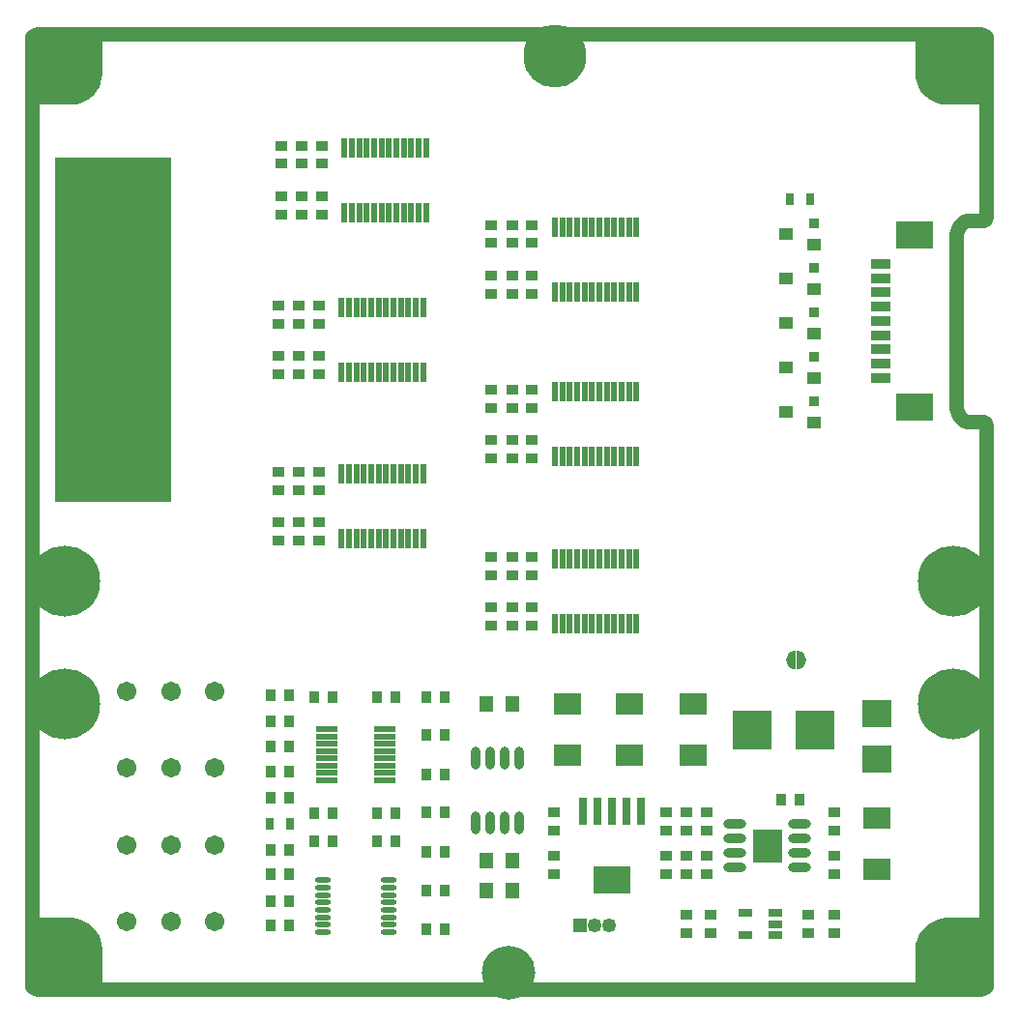
<source format=gbr>
G04*
G04 #@! TF.GenerationSoftware,Altium Limited,Altium Designer,24.1.2 (44)*
G04*
G04 Layer_Color=8388736*
%FSLAX44Y44*%
%MOMM*%
G71*
G04*
G04 #@! TF.SameCoordinates,5A935687-884A-4F64-8E33-7EEF87A7B93E*
G04*
G04*
G04 #@! TF.FilePolarity,Negative*
G04*
G01*
G75*
%ADD23R,1.7018X0.8128*%
%ADD27R,1.2696X1.3462*%
%ADD30R,0.9500X0.9000*%
%ADD39C,1.2700*%
%ADD40R,0.8032X1.1032*%
%ADD41R,2.4622X1.9796*%
%ADD42R,3.3020X2.4130*%
%ADD43R,0.6032X1.7032*%
%ADD44R,1.0032X0.9032*%
%ADD45R,0.9032X1.0032*%
%ADD46O,0.8032X2.0032*%
%ADD47C,1.7032*%
%ADD48R,1.2032X0.8032*%
%ADD49R,1.1532X1.1032*%
%ADD50R,2.5032X2.4892*%
%ADD51R,3.5032X3.3532*%
%ADD52O,2.0032X0.8032*%
%ADD53R,2.5032X3.0032*%
%ADD54R,3.2725X2.4455*%
%ADD55R,0.7325X2.4455*%
%ADD56O,1.4000X0.4500*%
%ADD57R,1.9000X0.5000*%
%ADD58R,10.2032X30.2032*%
%ADD59C,5.5032*%
%ADD60C,4.7032*%
%ADD61C,0.9032*%
%ADD62C,6.2032*%
%ADD63C,1.0032*%
%ADD64R,1.2532X1.2532*%
%ADD65C,1.2532*%
%ADD66C,0.6032*%
G36*
X843526Y781000D02*
X809293D01*
Y781000D01*
X807438Y781000D01*
X803761Y781484D01*
X800179Y782444D01*
X796752Y783863D01*
X793540Y785718D01*
X790598Y787975D01*
X787975Y790598D01*
X785718Y793540D01*
X783863Y796752D01*
X782444Y800179D01*
X781484Y803761D01*
X781000Y807438D01*
X781000Y809293D01*
X781000Y843526D01*
X843526D01*
Y781000D01*
D02*
G37*
G36*
X69000Y809293D02*
X69000D01*
X69000Y807438D01*
X68516Y803761D01*
X67556Y800179D01*
X66137Y796752D01*
X64282Y793540D01*
X62024Y790598D01*
X59402Y787975D01*
X56460Y785718D01*
X53248Y783863D01*
X49821Y782444D01*
X46239Y781484D01*
X42562Y781000D01*
X40707Y781000D01*
X6474Y781000D01*
Y843526D01*
X69000D01*
Y809293D01*
D02*
G37*
G36*
X675222Y303401D02*
X675266Y303400D01*
X675288Y303397D01*
X675311Y303396D01*
X675354Y303387D01*
X675398Y303380D01*
X675419Y303374D01*
X675441Y303370D01*
X675484Y303355D01*
X675526Y303343D01*
X675546Y303334D01*
X675567Y303327D01*
X675608Y303307D01*
X675648Y303289D01*
X675667Y303278D01*
X675687Y303268D01*
X675724Y303243D01*
X675762Y303220D01*
X675779Y303206D01*
X675798Y303194D01*
X675831Y303164D01*
X675865Y303137D01*
X675881Y303121D01*
X675898Y303106D01*
X675927Y303072D01*
X675958Y303041D01*
X675971Y303023D01*
X675985Y303006D01*
X676010Y302969D01*
X676036Y302933D01*
X676047Y302914D01*
X676059Y302895D01*
X676079Y302855D01*
X676100Y302816D01*
X676108Y302796D01*
X676118Y302776D01*
X676133Y302733D01*
X676149Y302692D01*
X676154Y302671D01*
X676161Y302650D01*
X676170Y302606D01*
X676180Y302563D01*
X676183Y302541D01*
X676187Y302519D01*
X676190Y302474D01*
X676195Y302430D01*
X676194Y302409D01*
X676196Y302386D01*
X676196Y287614D01*
X676194Y287592D01*
X676195Y287570D01*
X676190Y287525D01*
X676187Y287481D01*
X676183Y287459D01*
X676180Y287437D01*
X676170Y287394D01*
X676161Y287350D01*
X676154Y287329D01*
X676149Y287308D01*
X676133Y287267D01*
X676118Y287224D01*
X676108Y287204D01*
X676100Y287184D01*
X676079Y287145D01*
X676059Y287105D01*
X676047Y287087D01*
X676036Y287067D01*
X676010Y287031D01*
X675985Y286994D01*
X675971Y286977D01*
X675957Y286959D01*
X675927Y286927D01*
X675898Y286894D01*
X675881Y286879D01*
X675865Y286863D01*
X675831Y286835D01*
X675797Y286806D01*
X675779Y286794D01*
X675762Y286780D01*
X675724Y286757D01*
X675687Y286732D01*
X675667Y286722D01*
X675648Y286711D01*
X675607Y286693D01*
X675567Y286673D01*
X675546Y286666D01*
X675526Y286657D01*
X675483Y286645D01*
X675441Y286630D01*
X675419Y286626D01*
X675398Y286620D01*
X675354Y286613D01*
X675311Y286604D01*
X675288Y286603D01*
X675266Y286600D01*
X675222Y286599D01*
X675178Y286596D01*
X675155Y286597D01*
X675133Y286597D01*
X675089Y286602D01*
X675045Y286604D01*
X675023Y286609D01*
X675001Y286611D01*
X674484Y286702D01*
X674480Y286703D01*
X674476Y286704D01*
X674415Y286719D01*
X674355Y286734D01*
X674351Y286735D01*
X674346Y286737D01*
X673349Y287061D01*
X673345Y287062D01*
X673341Y287064D01*
X673283Y287087D01*
X673225Y287110D01*
X673221Y287112D01*
X673217Y287114D01*
X672274Y287574D01*
X672271Y287576D01*
X672266Y287578D01*
X672212Y287609D01*
X672159Y287640D01*
X672155Y287643D01*
X672151Y287645D01*
X671282Y288231D01*
X671279Y288234D01*
X671275Y288236D01*
X671224Y288276D01*
X671177Y288313D01*
X671174Y288316D01*
X671170Y288319D01*
X670390Y289021D01*
X670387Y289024D01*
X670384Y289027D01*
X670341Y289072D01*
X670297Y289116D01*
X670295Y289119D01*
X670292Y289123D01*
X669618Y289926D01*
X669615Y289930D01*
X669612Y289933D01*
X669576Y289983D01*
X669539Y290034D01*
X669537Y290038D01*
X669534Y290041D01*
X668978Y290931D01*
X668976Y290935D01*
X668974Y290938D01*
X668945Y290993D01*
X668915Y291048D01*
X668914Y291052D01*
X668912Y291056D01*
X668485Y292015D01*
X668483Y292019D01*
X668481Y292023D01*
X668461Y292080D01*
X668439Y292139D01*
X668438Y292144D01*
X668436Y292148D01*
X668147Y293156D01*
X668146Y293160D01*
X668145Y293165D01*
X668132Y293226D01*
X668119Y293286D01*
X668119Y293291D01*
X668118Y293295D01*
X667972Y294334D01*
X667971Y294338D01*
X667971Y294343D01*
X667966Y294405D01*
X667962Y294467D01*
X667962Y294471D01*
X667962Y294476D01*
Y295524D01*
X667962Y295529D01*
X667962Y295533D01*
X667966Y295595D01*
X667971Y295657D01*
X667971Y295662D01*
X667972Y295666D01*
X668118Y296705D01*
X668119Y296709D01*
X668119Y296714D01*
X668132Y296774D01*
X668145Y296835D01*
X668146Y296840D01*
X668147Y296844D01*
X668436Y297852D01*
X668438Y297856D01*
X668439Y297861D01*
X668461Y297920D01*
X668481Y297977D01*
X668483Y297981D01*
X668485Y297985D01*
X668912Y298944D01*
X668914Y298948D01*
X668915Y298952D01*
X668945Y299007D01*
X668974Y299062D01*
X668976Y299065D01*
X668978Y299069D01*
X669534Y299959D01*
X669537Y299962D01*
X669539Y299966D01*
X669575Y300016D01*
X669612Y300067D01*
X669615Y300070D01*
X669618Y300074D01*
X670292Y300877D01*
X670295Y300880D01*
X670297Y300884D01*
X670341Y300928D01*
X670384Y300973D01*
X670387Y300976D01*
X670390Y300979D01*
X671170Y301681D01*
X671173Y301684D01*
X671177Y301687D01*
X671225Y301724D01*
X671275Y301764D01*
X671279Y301766D01*
X671282Y301769D01*
X672151Y302355D01*
X672155Y302357D01*
X672159Y302360D01*
X672213Y302391D01*
X672266Y302422D01*
X672271Y302424D01*
X672274Y302426D01*
X673217Y302886D01*
X673221Y302888D01*
X673225Y302890D01*
X673283Y302913D01*
X673341Y302936D01*
X673345Y302938D01*
X673349Y302939D01*
X674346Y303263D01*
X674351Y303264D01*
X674355Y303266D01*
X674414Y303281D01*
X674475Y303296D01*
X674480Y303297D01*
X674484Y303298D01*
X675001Y303389D01*
X675023Y303391D01*
X675045Y303396D01*
X675089Y303398D01*
X675133Y303403D01*
X675155Y303403D01*
X675178Y303404D01*
X675178D01*
X675222Y303401D01*
D02*
G37*
G36*
X677804Y303403D02*
X677827Y303403D01*
X677871Y303398D01*
X677915Y303396D01*
X677937Y303391D01*
X677959Y303389D01*
X678476Y303298D01*
X678480Y303297D01*
X678484Y303296D01*
X678545Y303281D01*
X678605Y303266D01*
X678609Y303264D01*
X678614Y303263D01*
X679611Y302939D01*
X679615Y302938D01*
X679620Y302936D01*
X679677Y302913D01*
X679735Y302890D01*
X679739Y302888D01*
X679743Y302886D01*
X680686Y302426D01*
X680689Y302424D01*
X680694Y302422D01*
X680748Y302391D01*
X680801Y302360D01*
X680805Y302357D01*
X680808Y302355D01*
X681678Y301769D01*
X681682Y301766D01*
X681685Y301764D01*
X681736Y301724D01*
X681783Y301687D01*
X681786Y301684D01*
X681790Y301681D01*
X682570Y300979D01*
X682573Y300976D01*
X682576Y300973D01*
X682619Y300928D01*
X682662Y300884D01*
X682665Y300880D01*
X682668Y300877D01*
X683342Y300074D01*
X683345Y300070D01*
X683348Y300067D01*
X683384Y300017D01*
X683421Y299966D01*
X683423Y299962D01*
X683426Y299959D01*
X683982Y299069D01*
X683984Y299065D01*
X683986Y299062D01*
X684015Y299007D01*
X684045Y298952D01*
X684046Y298948D01*
X684048Y298944D01*
X684475Y297985D01*
X684477Y297981D01*
X684479Y297977D01*
X684499Y297920D01*
X684521Y297861D01*
X684522Y297856D01*
X684524Y297852D01*
X684813Y296844D01*
X684814Y296840D01*
X684815Y296835D01*
X684828Y296774D01*
X684841Y296714D01*
X684841Y296709D01*
X684842Y296705D01*
X684988Y295666D01*
X684989Y295662D01*
X684989Y295657D01*
X684994Y295595D01*
X684998Y295533D01*
X684998Y295529D01*
X684998Y295524D01*
Y294476D01*
X684998Y294471D01*
X684998Y294467D01*
X684994Y294405D01*
X684989Y294343D01*
X684989Y294338D01*
X684988Y294334D01*
X684842Y293295D01*
X684841Y293291D01*
X684841Y293286D01*
X684828Y293226D01*
X684815Y293165D01*
X684814Y293160D01*
X684813Y293156D01*
X684524Y292148D01*
X684522Y292144D01*
X684521Y292139D01*
X684499Y292080D01*
X684479Y292023D01*
X684477Y292019D01*
X684475Y292015D01*
X684048Y291056D01*
X684046Y291052D01*
X684045Y291048D01*
X684015Y290993D01*
X683986Y290938D01*
X683984Y290935D01*
X683982Y290931D01*
X683426Y290041D01*
X683423Y290037D01*
X683421Y290034D01*
X683385Y289984D01*
X683348Y289933D01*
X683345Y289930D01*
X683342Y289926D01*
X682668Y289123D01*
X682665Y289119D01*
X682662Y289116D01*
X682619Y289072D01*
X682576Y289027D01*
X682573Y289024D01*
X682570Y289021D01*
X681790Y288319D01*
X681786Y288316D01*
X681783Y288313D01*
X681735Y288276D01*
X681685Y288236D01*
X681682Y288234D01*
X681678Y288231D01*
X680808Y287645D01*
X680805Y287643D01*
X680801Y287640D01*
X680747Y287609D01*
X680694Y287578D01*
X680689Y287576D01*
X680686Y287574D01*
X679743Y287114D01*
X679739Y287112D01*
X679735Y287110D01*
X679677Y287087D01*
X679620Y287064D01*
X679615Y287062D01*
X679611Y287061D01*
X678614Y286737D01*
X678609Y286735D01*
X678605Y286734D01*
X678546Y286719D01*
X678484Y286704D01*
X678480Y286703D01*
X678476Y286702D01*
X677959Y286611D01*
X677937Y286609D01*
X677915Y286604D01*
X677871Y286602D01*
X677827Y286597D01*
X677804Y286597D01*
X677782Y286596D01*
X677782D01*
X677738Y286599D01*
X677694Y286600D01*
X677672Y286603D01*
X677649Y286604D01*
X677606Y286613D01*
X677562Y286620D01*
X677541Y286626D01*
X677519Y286630D01*
X677476Y286645D01*
X677434Y286657D01*
X677414Y286666D01*
X677393Y286673D01*
X677353Y286693D01*
X677312Y286711D01*
X677293Y286722D01*
X677273Y286732D01*
X677236Y286757D01*
X677198Y286780D01*
X677181Y286794D01*
X677162Y286806D01*
X677129Y286836D01*
X677094Y286863D01*
X677079Y286879D01*
X677062Y286894D01*
X677033Y286928D01*
X677002Y286959D01*
X676989Y286977D01*
X676975Y286994D01*
X676950Y287031D01*
X676924Y287067D01*
X676913Y287086D01*
X676901Y287105D01*
X676881Y287145D01*
X676860Y287184D01*
X676852Y287204D01*
X676842Y287224D01*
X676827Y287267D01*
X676811Y287308D01*
X676806Y287329D01*
X676799Y287350D01*
X676790Y287394D01*
X676780Y287437D01*
X676777Y287459D01*
X676773Y287481D01*
X676770Y287526D01*
X676765Y287570D01*
X676766Y287591D01*
X676764Y287614D01*
X676764Y302386D01*
X676766Y302408D01*
X676765Y302430D01*
X676770Y302475D01*
X676773Y302519D01*
X676777Y302541D01*
X676780Y302563D01*
X676790Y302606D01*
X676799Y302650D01*
X676806Y302671D01*
X676811Y302692D01*
X676827Y302733D01*
X676842Y302776D01*
X676852Y302796D01*
X676860Y302816D01*
X676881Y302855D01*
X676901Y302895D01*
X676913Y302913D01*
X676924Y302933D01*
X676950Y302969D01*
X676975Y303006D01*
X676989Y303023D01*
X677002Y303041D01*
X677033Y303072D01*
X677062Y303106D01*
X677079Y303121D01*
X677094Y303137D01*
X677129Y303165D01*
X677162Y303194D01*
X677181Y303206D01*
X677198Y303220D01*
X677236Y303243D01*
X677273Y303268D01*
X677293Y303278D01*
X677312Y303289D01*
X677353Y303307D01*
X677393Y303327D01*
X677414Y303334D01*
X677434Y303343D01*
X677476Y303355D01*
X677519Y303370D01*
X677541Y303374D01*
X677562Y303380D01*
X677606Y303387D01*
X677650Y303396D01*
X677672Y303397D01*
X677694Y303400D01*
X677738Y303401D01*
X677782Y303404D01*
X677804Y303403D01*
D02*
G37*
G36*
X843526Y6474D02*
X781000D01*
Y40707D01*
X781000Y40707D01*
X781000Y40707D01*
X781000Y42562D01*
X781484Y46239D01*
X782444Y49821D01*
X783863Y53248D01*
X785718Y56460D01*
X787975Y59402D01*
X790598Y62024D01*
X793540Y64282D01*
X796752Y66137D01*
X800179Y67556D01*
X803761Y68516D01*
X807438Y69000D01*
X809293Y69000D01*
X843526Y69000D01*
Y6474D01*
D02*
G37*
G36*
X40707Y69000D02*
X42562Y69000D01*
X46239Y68516D01*
X49821Y67556D01*
X53248Y66137D01*
X56460Y64282D01*
X59402Y62024D01*
X62024Y59402D01*
X64282Y56460D01*
X66137Y53248D01*
X67556Y49821D01*
X68516Y46239D01*
X69000Y42562D01*
X69000Y40707D01*
X69000D01*
X69000Y40707D01*
Y6474D01*
X6474D01*
Y69000D01*
X40707Y69000D01*
D02*
G37*
D23*
X750955Y641752D02*
D03*
Y629252D02*
D03*
Y616752D02*
D03*
Y604252D02*
D03*
Y591752D02*
D03*
Y579252D02*
D03*
Y566752D02*
D03*
Y554252D02*
D03*
Y541752D02*
D03*
D27*
X428216Y93119D02*
D03*
X405352D02*
D03*
X428216Y119554D02*
D03*
X405352D02*
D03*
X427604Y256278D02*
D03*
X404740D02*
D03*
D30*
X692484Y521644D02*
D03*
Y560536D02*
D03*
Y599428D02*
D03*
Y638320D02*
D03*
Y677211D02*
D03*
D39*
X843150Y500497D02*
X842227Y502724D01*
X840000Y503647D01*
X838000Y6850D02*
X840575Y7540D01*
X842460Y9425D01*
X843150Y12000D01*
X840000Y679908D02*
X842227Y680830D01*
X843150Y683057D01*
X12000Y843150D02*
X9425Y842460D01*
X7540Y840575D01*
X6850Y838000D01*
X843150Y838000D02*
X842460Y840575D01*
X840575Y842460D01*
X838000Y843150D01*
X6850Y12000D02*
X7540Y9425D01*
X9425Y7540D01*
X12000Y6850D01*
X828860Y679908D02*
X826223Y679610D01*
X823719Y678734D01*
X821472Y677322D01*
X819595Y675446D01*
X818184Y673199D01*
X817307Y670694D01*
X817010Y668057D01*
Y515497D02*
X817307Y512860D01*
X818184Y510356D01*
X819595Y508109D01*
X821472Y506232D01*
X823719Y504821D01*
X826223Y503944D01*
X828860Y503647D01*
X828017Y843150D02*
X837941D01*
X818017D02*
X828017D01*
X808017D02*
X818017D01*
X798017D02*
X808017D01*
X788017D02*
X798017D01*
X778017D02*
X788017D01*
X768017D02*
X778017D01*
X758017D02*
X768017D01*
X748017D02*
X758017D01*
X738017D02*
X748017D01*
X728017D02*
X738017D01*
X718017D02*
X728017D01*
X708017D02*
X718017D01*
X698017D02*
X708017D01*
X688017D02*
X698017D01*
X678017D02*
X688017D01*
X668017D02*
X678017D01*
X658017D02*
X668017D01*
X648017D02*
X658017D01*
X638017D02*
X648017D01*
X628017D02*
X638017D01*
X618017D02*
X628017D01*
X608017D02*
X618017D01*
X598017D02*
X608017D01*
X588017D02*
X598017D01*
X578017D02*
X588017D01*
X568017D02*
X578017D01*
X558017D02*
X568017D01*
X548017D02*
X558017D01*
X538017D02*
X548017D01*
X528017D02*
X538017D01*
X6850Y822093D02*
Y837941D01*
X518017Y843150D02*
X528017D01*
X6850Y812093D02*
Y822093D01*
X508017Y843150D02*
X518017D01*
X6850Y802093D02*
Y812093D01*
X498017Y843150D02*
X508017D01*
X6850Y792093D02*
Y802093D01*
X843150Y491390D02*
Y500497D01*
X428018Y843150D02*
X438018D01*
X488018D02*
X498017D01*
X6850Y782093D02*
Y792093D01*
X843150Y481390D02*
Y491390D01*
X418018Y843150D02*
X428018D01*
X456552D02*
X465300D01*
X474048D02*
X488018D01*
X6850Y772093D02*
Y782093D01*
X843150Y471390D02*
Y481390D01*
X408018Y843150D02*
X418018D01*
X448018D02*
X456552D01*
X465300D02*
X474048D01*
X6850Y762093D02*
Y772093D01*
X843150Y461390D02*
Y471390D01*
X398018Y843150D02*
X408018D01*
X438018D02*
X448018D01*
X6850Y752093D02*
Y762093D01*
X843150Y451390D02*
Y461390D01*
X388018Y843150D02*
X398018D01*
X6850Y742093D02*
Y752093D01*
X843150Y441390D02*
Y451390D01*
X378018Y843150D02*
X388018D01*
X6850Y732093D02*
Y742093D01*
X843150Y431390D02*
Y441390D01*
X814744Y6850D02*
X824744D01*
X838000D01*
X368018Y843150D02*
X378018D01*
X6850Y722093D02*
Y732093D01*
X843150Y421390D02*
Y431390D01*
X804744Y6850D02*
X814744D01*
X358018Y843150D02*
X368018D01*
X6850Y712093D02*
Y722093D01*
X843150Y411390D02*
Y421390D01*
X794744Y6850D02*
X804744D01*
X348018Y843150D02*
X358018D01*
X6850Y702093D02*
Y712093D01*
X843150Y401390D02*
Y411390D01*
X784744Y6850D02*
X794744D01*
X338018Y843150D02*
X348018D01*
X6850Y692093D02*
Y702093D01*
X843150Y391390D02*
Y401390D01*
X774744Y6850D02*
X784744D01*
X328018Y843150D02*
X338018D01*
X6850Y682093D02*
Y692093D01*
X843150Y381390D02*
Y391390D01*
X764744Y6850D02*
X774744D01*
X318018Y843150D02*
X328018D01*
X6850Y672093D02*
Y682093D01*
X843150Y371390D02*
Y381390D01*
X754744Y6850D02*
X764744D01*
X308018Y843150D02*
X318018D01*
X6850Y642093D02*
Y652093D01*
Y662093D02*
Y672093D01*
X843150Y361390D02*
Y371390D01*
X744744Y6850D02*
X754744D01*
X298018Y843150D02*
X308018D01*
X6850Y622094D02*
Y632094D01*
Y642093D01*
Y652093D02*
Y662093D01*
X843150Y351390D02*
Y361390D01*
X734744Y6850D02*
X744744D01*
X288018Y843150D02*
X298018D01*
X6850Y572094D02*
Y582094D01*
Y592094D02*
Y602094D01*
Y612094D02*
Y622094D01*
X843150Y341390D02*
Y351390D01*
X724744Y6850D02*
X734744D01*
X278018Y843150D02*
X288018D01*
X6850Y452094D02*
Y462094D01*
Y522094D02*
Y532094D01*
Y552094D02*
Y562094D01*
Y572094D01*
Y582094D02*
Y592094D01*
Y602094D02*
Y612094D01*
X843150Y331390D02*
Y341390D01*
X714744Y6850D02*
X724744D01*
X268018Y843150D02*
X278018D01*
X6850Y442094D02*
Y452094D01*
Y482094D02*
Y492094D01*
Y502094D01*
Y512094D02*
Y522094D01*
Y532094D02*
Y542094D01*
Y552094D01*
X843150Y321390D02*
Y331390D01*
X704744Y6850D02*
X714744D01*
X258018Y843150D02*
X268018D01*
X6850Y392094D02*
Y402094D01*
Y422094D02*
Y432094D01*
Y442094D01*
Y472094D02*
Y482094D01*
Y502094D02*
Y512094D01*
X843150Y311391D02*
Y321390D01*
X694744Y6850D02*
X704744D01*
X248018Y843150D02*
X258018D01*
X6850Y372094D02*
Y382094D01*
Y392094D01*
Y402094D02*
Y412094D01*
Y422094D01*
Y462094D02*
Y472094D01*
X843150Y301391D02*
Y311391D01*
X684744Y6850D02*
X694744D01*
X238018Y843150D02*
X248018D01*
X6850Y362094D02*
Y372094D01*
X843150Y261391D02*
Y271391D01*
Y291391D02*
Y301391D01*
X674744Y6850D02*
X684744D01*
X228018Y843150D02*
X238018D01*
X6850Y242094D02*
Y252094D01*
Y262094D01*
Y272094D01*
Y282094D01*
Y292094D01*
Y302094D01*
Y312094D02*
Y322094D01*
Y332094D01*
Y352094D02*
Y362094D01*
X843150Y221391D02*
Y231391D01*
Y241391D01*
Y251391D01*
Y261391D01*
Y281391D02*
Y291391D01*
X664744Y6850D02*
X674744D01*
X218018Y843150D02*
X228018D01*
X6850Y212094D02*
Y222094D01*
Y232094D02*
Y242094D01*
Y302094D02*
Y312094D01*
Y342094D02*
Y352094D01*
X843150Y201391D02*
Y211391D01*
Y221391D01*
Y271391D02*
Y281391D01*
X654744Y6850D02*
X664744D01*
X208018Y843150D02*
X218018D01*
X6850Y202094D02*
Y212094D01*
Y222094D02*
Y232094D01*
Y332094D02*
Y342094D01*
X843150Y191391D02*
Y201391D01*
X644744Y6850D02*
X654744D01*
X198018Y843150D02*
X208018D01*
X6850Y192094D02*
Y202094D01*
X843150Y181391D02*
Y191391D01*
X634744Y6850D02*
X644744D01*
X188018Y843150D02*
X198018D01*
X6850Y182094D02*
Y192094D01*
X843150Y171391D02*
Y181391D01*
X564744Y6850D02*
X574744D01*
X584744D01*
X624744D02*
X634744D01*
X178018Y843150D02*
X188018D01*
X6850Y172094D02*
Y182094D01*
X843150Y161391D02*
Y171391D01*
X534744Y6850D02*
X544744D01*
X554744D01*
X564744D01*
X584744D02*
X594744D01*
X604744D02*
X614744D01*
X624744D01*
X168018Y843150D02*
X178018D01*
X6850Y162094D02*
Y172094D01*
X843150Y151391D02*
Y161391D01*
X474744Y6850D02*
X484744D01*
X514744D02*
X524744D01*
X534744D01*
X594744D02*
X604744D01*
X158018Y843150D02*
X168018D01*
X6850Y152094D02*
Y162094D01*
X843150Y141391D02*
Y151391D01*
X334745Y6850D02*
X344745D01*
X464744D02*
X474744D01*
X494744D02*
X504744D01*
X514744D01*
X148018Y843150D02*
X158018D01*
X6850Y142094D02*
Y152094D01*
X843150Y826646D02*
Y838000D01*
X843150Y131391D02*
Y141391D01*
X324745Y6850D02*
X334745D01*
X425000D02*
X444744D01*
X454744D02*
X464744D01*
X484744D02*
X494744D01*
X138018Y843150D02*
X148018D01*
X6850Y132094D02*
Y142094D01*
X843150Y816646D02*
Y826646D01*
X843150Y121391D02*
Y131391D01*
X304745Y6850D02*
X314745D01*
X324745D01*
X404745D02*
X425000D01*
X444744D02*
X454744D01*
X128018Y843150D02*
X138018D01*
X6850Y122094D02*
Y132094D01*
X843150Y806646D02*
Y816646D01*
X843150Y111391D02*
Y121391D01*
X294745Y6850D02*
X304745D01*
X384745D02*
X394745D01*
X404745D01*
X118018Y843150D02*
X128018D01*
X6850Y112094D02*
Y122094D01*
X843150Y796646D02*
Y806646D01*
X843150Y101391D02*
Y111391D01*
X284745Y6850D02*
X294745D01*
X374745D02*
X384745D01*
X108018Y843150D02*
X118018D01*
X6850Y102094D02*
Y112094D01*
X843150Y786646D02*
Y796646D01*
X843150Y91391D02*
Y101391D01*
X94745Y6850D02*
X104745D01*
X224745D02*
X234745D01*
X274745D02*
X284745D01*
X364745D02*
X374745D01*
X98018Y843150D02*
X108018D01*
X6850Y92094D02*
Y102094D01*
X843150Y776646D02*
Y786646D01*
X843150Y81391D02*
Y91391D01*
X84745Y6850D02*
X94745D01*
X214745D02*
X224745D01*
X244745D02*
X254745D01*
X264745D02*
X274745D01*
X344745D02*
X354745D01*
X364745D01*
X88018Y843150D02*
X98018D01*
X6850Y82095D02*
Y92094D01*
X843150Y766646D02*
Y776646D01*
X843150Y71391D02*
Y81391D01*
X74745Y6850D02*
X84745D01*
X184745D02*
X194745D01*
X204745D02*
X214745D01*
X234745D02*
X244745D01*
X254745D02*
X264745D01*
X78018Y843150D02*
X88018D01*
X6850Y72095D02*
Y82095D01*
X843150Y756646D02*
Y766646D01*
X843150Y61391D02*
Y71391D01*
X817010Y653163D02*
Y668057D01*
X64745Y6850D02*
X74745D01*
X154745D02*
X164745D01*
X174745D02*
X184745D01*
X194745D02*
X204745D01*
X68018Y843150D02*
X78018D01*
X6850Y62095D02*
Y72095D01*
X843150Y746646D02*
Y756646D01*
X843150Y51391D02*
Y61391D01*
X817010Y633163D02*
Y643163D01*
Y653163D01*
X54745Y6850D02*
X64745D01*
X144745D02*
X154745D01*
X164745D02*
X174745D01*
X58018Y843150D02*
X68018D01*
X6850Y52095D02*
Y62095D01*
X843150Y736646D02*
Y746646D01*
X843150Y41391D02*
Y51391D01*
X817010Y593163D02*
Y603163D01*
Y623163D02*
Y633163D01*
X44745Y6850D02*
X54745D01*
X104745D02*
X114745D01*
X124745D02*
X134745D01*
X144745D01*
X48018Y843150D02*
X58018D01*
X6850Y42095D02*
Y52095D01*
X843150Y716646D02*
Y726646D01*
Y736646D01*
X843150Y31391D02*
Y41391D01*
X817010Y533163D02*
Y543163D01*
Y553163D01*
Y583163D02*
Y593163D01*
Y603163D02*
Y613163D01*
Y623163D01*
X34745Y6850D02*
X44745D01*
X114745D02*
X124745D01*
X38018Y843150D02*
X48018D01*
X6850Y32095D02*
Y42095D01*
X843150Y696646D02*
Y706646D01*
Y716646D01*
X843150Y21391D02*
Y31391D01*
X817010Y523163D02*
Y533163D01*
Y553163D02*
Y563163D01*
Y573163D01*
Y583163D01*
X24745Y6850D02*
X34745D01*
X28018Y843150D02*
X38018D01*
X6850Y22095D02*
Y32095D01*
X843150Y683099D02*
Y696646D01*
X12059Y6850D02*
X24745D01*
X828860Y679908D02*
X840000D01*
X6850Y12000D02*
Y22095D01*
X843150Y12042D02*
Y21391D01*
X817010Y515497D02*
Y523163D01*
X828860Y503647D02*
X840000D01*
X12000Y843150D02*
X28018D01*
D40*
X688874Y698268D02*
D03*
X670715Y698267D02*
D03*
X233441Y150985D02*
D03*
X215282Y150984D02*
D03*
D41*
X476120Y211447D02*
D03*
Y256151D02*
D03*
X747061Y156464D02*
D03*
Y111760D02*
D03*
X586740Y211328D02*
D03*
Y256032D02*
D03*
X530860D02*
D03*
Y211328D02*
D03*
D42*
X779955Y516252D02*
D03*
Y667252D02*
D03*
D43*
X281010Y686806D02*
D03*
X287510D02*
D03*
X294010D02*
D03*
X300510D02*
D03*
X307010D02*
D03*
X313510D02*
D03*
X320010D02*
D03*
X326510D02*
D03*
X333010D02*
D03*
X339510D02*
D03*
X346010D02*
D03*
X352510D02*
D03*
Y743194D02*
D03*
X346010D02*
D03*
X339510D02*
D03*
X333010D02*
D03*
X326510D02*
D03*
X320010D02*
D03*
X313510D02*
D03*
X307010D02*
D03*
X300510D02*
D03*
X294010D02*
D03*
X287510D02*
D03*
X281010D02*
D03*
X465150Y673811D02*
D03*
X471650D02*
D03*
X478150D02*
D03*
X484650D02*
D03*
X491150D02*
D03*
X497650D02*
D03*
X504150D02*
D03*
X510650D02*
D03*
X517150D02*
D03*
X523650D02*
D03*
X530150D02*
D03*
X536650D02*
D03*
Y617423D02*
D03*
X530150D02*
D03*
X523650D02*
D03*
X517150D02*
D03*
X510650D02*
D03*
X504150D02*
D03*
X497650D02*
D03*
X491150D02*
D03*
X484650D02*
D03*
X478150D02*
D03*
X471650D02*
D03*
X465150D02*
D03*
Y326806D02*
D03*
X471650D02*
D03*
X478150D02*
D03*
X484650D02*
D03*
X491150D02*
D03*
X497650D02*
D03*
X504150D02*
D03*
X510650D02*
D03*
X517150D02*
D03*
X523650D02*
D03*
X530150D02*
D03*
X536650D02*
D03*
Y383194D02*
D03*
X530150D02*
D03*
X523650D02*
D03*
X517150D02*
D03*
X510650D02*
D03*
X504150D02*
D03*
X497650D02*
D03*
X491150D02*
D03*
X484650D02*
D03*
X478150D02*
D03*
X471650D02*
D03*
X465150D02*
D03*
X278470Y401423D02*
D03*
X284970D02*
D03*
X291470D02*
D03*
X297970D02*
D03*
X304470D02*
D03*
X310970D02*
D03*
X317470D02*
D03*
X323970D02*
D03*
X330470D02*
D03*
X336970D02*
D03*
X343470D02*
D03*
X349970D02*
D03*
Y457811D02*
D03*
X343470D02*
D03*
X336970D02*
D03*
X330470D02*
D03*
X323970D02*
D03*
X317470D02*
D03*
X310970D02*
D03*
X304470D02*
D03*
X297970D02*
D03*
X291470D02*
D03*
X284970D02*
D03*
X278470D02*
D03*
Y546867D02*
D03*
X284970D02*
D03*
X291470D02*
D03*
X297970D02*
D03*
X304470D02*
D03*
X310970D02*
D03*
X317470D02*
D03*
X323970D02*
D03*
X330470D02*
D03*
X336970D02*
D03*
X343470D02*
D03*
X349970D02*
D03*
Y603255D02*
D03*
X343470D02*
D03*
X336970D02*
D03*
X330470D02*
D03*
X323970D02*
D03*
X317470D02*
D03*
X310970D02*
D03*
X304470D02*
D03*
X297970D02*
D03*
X291470D02*
D03*
X284970D02*
D03*
X278470D02*
D03*
X465150Y473423D02*
D03*
X471650D02*
D03*
X478150D02*
D03*
X484650D02*
D03*
X491150D02*
D03*
X497650D02*
D03*
X504150D02*
D03*
X510650D02*
D03*
X517150D02*
D03*
X523650D02*
D03*
X530150D02*
D03*
X536650D02*
D03*
Y529811D02*
D03*
X530150D02*
D03*
X523650D02*
D03*
X517150D02*
D03*
X510650D02*
D03*
X504150D02*
D03*
X497650D02*
D03*
X491150D02*
D03*
X484650D02*
D03*
X478150D02*
D03*
X471650D02*
D03*
X465150D02*
D03*
D44*
X445020Y675857D02*
D03*
Y659857D02*
D03*
X225320Y700759D02*
D03*
Y684759D02*
D03*
Y745239D02*
D03*
Y729239D02*
D03*
X260880Y729241D02*
D03*
Y745241D02*
D03*
X243540Y729241D02*
D03*
Y745241D02*
D03*
Y700759D02*
D03*
Y684759D02*
D03*
X260880Y684761D02*
D03*
Y700761D02*
D03*
X409460Y631376D02*
D03*
Y615376D02*
D03*
Y675856D02*
D03*
Y659856D02*
D03*
X427680Y659857D02*
D03*
Y675857D02*
D03*
Y631376D02*
D03*
Y615376D02*
D03*
X445020Y615378D02*
D03*
Y631378D02*
D03*
X427680Y369240D02*
D03*
Y385240D02*
D03*
X241000Y459857D02*
D03*
Y443857D02*
D03*
X427680Y531857D02*
D03*
Y515857D02*
D03*
X241000Y605301D02*
D03*
Y589301D02*
D03*
X445020Y385240D02*
D03*
Y369240D02*
D03*
Y340761D02*
D03*
Y324761D02*
D03*
X427680Y324759D02*
D03*
Y340759D02*
D03*
X258340Y459857D02*
D03*
Y443857D02*
D03*
X241000Y399376D02*
D03*
Y415376D02*
D03*
X258340Y415378D02*
D03*
Y399378D02*
D03*
X445020Y515857D02*
D03*
Y531857D02*
D03*
X427680Y471376D02*
D03*
Y487376D02*
D03*
X445020Y487378D02*
D03*
Y471378D02*
D03*
X241000Y544820D02*
D03*
Y560820D02*
D03*
X258340Y605301D02*
D03*
Y589301D02*
D03*
X222780Y589300D02*
D03*
Y605300D02*
D03*
X258340Y560822D02*
D03*
Y544822D02*
D03*
X409460Y369239D02*
D03*
Y385239D02*
D03*
Y324759D02*
D03*
Y340759D02*
D03*
X222780Y443856D02*
D03*
Y459856D02*
D03*
X409460Y515856D02*
D03*
Y531856D02*
D03*
X222780Y399376D02*
D03*
Y415376D02*
D03*
X409460Y471376D02*
D03*
Y487376D02*
D03*
X222780Y544820D02*
D03*
Y560820D02*
D03*
X709740Y71671D02*
D03*
Y55671D02*
D03*
X580670Y71671D02*
D03*
Y55671D02*
D03*
X687080D02*
D03*
Y71671D02*
D03*
X601970D02*
D03*
Y55671D02*
D03*
X709740Y123053D02*
D03*
Y107053D02*
D03*
X580670Y123054D02*
D03*
Y107054D02*
D03*
X709740Y161169D02*
D03*
Y145169D02*
D03*
X580670Y161170D02*
D03*
Y145170D02*
D03*
X597970Y123054D02*
D03*
Y107054D02*
D03*
Y161170D02*
D03*
Y145170D02*
D03*
X562469Y107054D02*
D03*
Y123054D02*
D03*
X464820Y107054D02*
D03*
Y123054D02*
D03*
Y145169D02*
D03*
Y161169D02*
D03*
X562469Y145169D02*
D03*
Y161169D02*
D03*
D45*
X232550Y263917D02*
D03*
X216550D02*
D03*
X232551Y128579D02*
D03*
X216551D02*
D03*
X216550Y174291D02*
D03*
X232550D02*
D03*
X216550Y196698D02*
D03*
X232550D02*
D03*
X216550Y219104D02*
D03*
X232550D02*
D03*
X232552Y241510D02*
D03*
X216552D02*
D03*
X216550Y107073D02*
D03*
X232550D02*
D03*
X232551Y83766D02*
D03*
X216551D02*
D03*
X216550Y62260D02*
D03*
X232550D02*
D03*
X309710Y135881D02*
D03*
X325710D02*
D03*
X663560Y172720D02*
D03*
X679560D02*
D03*
X270441Y135881D02*
D03*
X254441D02*
D03*
X254442Y261917D02*
D03*
X270442D02*
D03*
X325711D02*
D03*
X309711D02*
D03*
X270442Y161088D02*
D03*
X254442D02*
D03*
X309711D02*
D03*
X325711D02*
D03*
X368679Y229057D02*
D03*
X352679D02*
D03*
X352681Y161539D02*
D03*
X368681D02*
D03*
X352680Y194398D02*
D03*
X368680D02*
D03*
X368680Y261917D02*
D03*
X352680D02*
D03*
X368680Y126879D02*
D03*
X352680D02*
D03*
X368680Y59360D02*
D03*
X352680D02*
D03*
X368680Y93119D02*
D03*
X352680D02*
D03*
D46*
X434072Y208922D02*
D03*
X421372D02*
D03*
X408672D02*
D03*
X395972D02*
D03*
X434072Y152422D02*
D03*
X421372D02*
D03*
X408672D02*
D03*
X395972D02*
D03*
D47*
X90000Y267627D02*
D03*
X167640Y267627D02*
D03*
X128820D02*
D03*
X167640Y200373D02*
D03*
X128820D02*
D03*
X90000D02*
D03*
Y65866D02*
D03*
X128820D02*
D03*
X167640D02*
D03*
Y133120D02*
D03*
X128820D02*
D03*
X90000D02*
D03*
D48*
X632410Y54171D02*
D03*
Y73171D02*
D03*
X657910D02*
D03*
Y63671D02*
D03*
Y54171D02*
D03*
D49*
X667484Y512144D02*
D03*
X692484Y502644D02*
D03*
X667484Y551036D02*
D03*
X692484Y541536D02*
D03*
X667484Y589928D02*
D03*
X692484Y580428D02*
D03*
X667484Y628820D02*
D03*
X692484Y619320D02*
D03*
Y658211D02*
D03*
X667484Y667711D02*
D03*
D50*
X747061Y207957D02*
D03*
Y247957D02*
D03*
D51*
X692980Y233680D02*
D03*
X637980D02*
D03*
D52*
X623060Y151384D02*
D03*
Y138684D02*
D03*
Y125984D02*
D03*
Y113284D02*
D03*
X679560Y151384D02*
D03*
Y138684D02*
D03*
Y125984D02*
D03*
Y113284D02*
D03*
D53*
X651310Y132334D02*
D03*
D54*
X515620Y101977D02*
D03*
D55*
X490220Y162183D02*
D03*
X502920D02*
D03*
X515620D02*
D03*
X528320D02*
D03*
X541020D02*
D03*
D56*
X262426Y102010D02*
D03*
Y95510D02*
D03*
Y89010D02*
D03*
Y82510D02*
D03*
Y76010D02*
D03*
Y69510D02*
D03*
Y63010D02*
D03*
Y56510D02*
D03*
X319426Y102010D02*
D03*
Y95510D02*
D03*
Y89010D02*
D03*
Y82510D02*
D03*
Y76010D02*
D03*
Y69510D02*
D03*
Y63010D02*
D03*
Y56510D02*
D03*
D57*
X316453Y234177D02*
D03*
Y227827D02*
D03*
Y221477D02*
D03*
Y215127D02*
D03*
Y208777D02*
D03*
Y202427D02*
D03*
Y196077D02*
D03*
Y189727D02*
D03*
X265399D02*
D03*
Y196077D02*
D03*
Y202427D02*
D03*
Y208777D02*
D03*
Y215127D02*
D03*
Y221477D02*
D03*
Y227827D02*
D03*
Y234177D02*
D03*
D58*
X78554Y583939D02*
D03*
D59*
X465300Y824000D02*
D03*
D60*
X425000Y21000D02*
D03*
D61*
X486420Y815252D02*
D03*
X456552Y802880D02*
D03*
X444180Y832748D02*
D03*
X474048Y845120D02*
D03*
X486420Y832748D02*
D03*
X474048Y802880D02*
D03*
X444180Y815252D02*
D03*
X456552Y845120D02*
D03*
D62*
X36000Y814000D02*
D03*
Y256000D02*
D03*
Y364000D02*
D03*
X814477Y256000D02*
D03*
X814000Y364000D02*
D03*
Y36000D02*
D03*
Y814000D02*
D03*
X36000Y36000D02*
D03*
D63*
X27252Y835120D02*
D03*
X14880Y805252D02*
D03*
X44748Y792880D02*
D03*
X57120Y822748D02*
D03*
X44748Y835120D02*
D03*
X14880Y822748D02*
D03*
X27252Y792880D02*
D03*
X57120Y805252D02*
D03*
X27252Y277120D02*
D03*
X14880Y247252D02*
D03*
X44748Y234880D02*
D03*
X57120Y264748D02*
D03*
X44748Y277120D02*
D03*
X14880Y264748D02*
D03*
X27252Y234880D02*
D03*
X57120Y247252D02*
D03*
X27252Y385120D02*
D03*
X14880Y355252D02*
D03*
X44748Y342880D02*
D03*
X57120Y372748D02*
D03*
X44748Y385120D02*
D03*
X14880Y372748D02*
D03*
X27252Y342880D02*
D03*
X57120Y355252D02*
D03*
X805729Y277120D02*
D03*
X793357Y247252D02*
D03*
X823225Y234880D02*
D03*
X835597Y264748D02*
D03*
X823225Y277120D02*
D03*
X793357Y264748D02*
D03*
X805729Y234880D02*
D03*
X835597Y247252D02*
D03*
X805252Y385120D02*
D03*
X792880Y355252D02*
D03*
X822748Y342880D02*
D03*
X835120Y372748D02*
D03*
X822748Y385120D02*
D03*
X792880Y372748D02*
D03*
X805252Y342880D02*
D03*
X835120Y355252D02*
D03*
X805252Y57120D02*
D03*
X792880Y27252D02*
D03*
X822748Y14880D02*
D03*
X835120Y44748D02*
D03*
X822748Y57120D02*
D03*
X792880Y44748D02*
D03*
X805252Y14880D02*
D03*
X835120Y27252D02*
D03*
X805252Y835120D02*
D03*
X792880Y805252D02*
D03*
X822748Y792880D02*
D03*
X835120Y822748D02*
D03*
X822748Y835120D02*
D03*
X792880Y822748D02*
D03*
X805252Y792880D02*
D03*
X835120Y805252D02*
D03*
X27252Y57120D02*
D03*
X14880Y27252D02*
D03*
X44748Y14880D02*
D03*
X57120Y44748D02*
D03*
X44748Y57120D02*
D03*
X14880Y44748D02*
D03*
X27252Y14880D02*
D03*
X57120Y27252D02*
D03*
D64*
X487680Y62820D02*
D03*
D65*
X500380D02*
D03*
X513080D02*
D03*
D66*
X328018Y843526D02*
D03*
X338018D02*
D03*
X348018D02*
D03*
X358018D02*
D03*
X368018D02*
D03*
X378018D02*
D03*
X388018D02*
D03*
X398018D02*
D03*
X408018D02*
D03*
X418018D02*
D03*
X428018D02*
D03*
X438018D02*
D03*
X488018D02*
D03*
X498017D02*
D03*
X508017D02*
D03*
X518017D02*
D03*
X528017D02*
D03*
X538017D02*
D03*
X548017D02*
D03*
X558017D02*
D03*
X568017D02*
D03*
X578017D02*
D03*
X588017D02*
D03*
X598017D02*
D03*
X608017D02*
D03*
X618017D02*
D03*
X628017D02*
D03*
X638017D02*
D03*
X648017D02*
D03*
X658017D02*
D03*
X668017D02*
D03*
X678017D02*
D03*
X688017D02*
D03*
X698017D02*
D03*
X708017D02*
D03*
X718017D02*
D03*
X728017D02*
D03*
X738017D02*
D03*
X748017D02*
D03*
X758017D02*
D03*
X768017D02*
D03*
X778017D02*
D03*
X788017D02*
D03*
X798017D02*
D03*
X808017D02*
D03*
X818017D02*
D03*
X828017D02*
D03*
X838017Y843529D02*
D03*
X6474Y522094D02*
D03*
Y532094D02*
D03*
Y542094D02*
D03*
Y552094D02*
D03*
Y562094D02*
D03*
Y572094D02*
D03*
Y582094D02*
D03*
Y592094D02*
D03*
Y602094D02*
D03*
Y612094D02*
D03*
Y622094D02*
D03*
Y632094D02*
D03*
Y642093D02*
D03*
Y652093D02*
D03*
Y662093D02*
D03*
Y672093D02*
D03*
Y682093D02*
D03*
Y692093D02*
D03*
Y702093D02*
D03*
Y712093D02*
D03*
Y722093D02*
D03*
Y732093D02*
D03*
Y742093D02*
D03*
Y752093D02*
D03*
Y762093D02*
D03*
Y772093D02*
D03*
Y782093D02*
D03*
Y792093D02*
D03*
Y802093D02*
D03*
Y812093D02*
D03*
Y822093D02*
D03*
Y832093D02*
D03*
X8143Y841953D02*
D03*
X18018Y843526D02*
D03*
X28018D02*
D03*
X38018D02*
D03*
X48018D02*
D03*
X58018D02*
D03*
X68018D02*
D03*
X78018D02*
D03*
X88018D02*
D03*
X98018D02*
D03*
X108018D02*
D03*
X118018D02*
D03*
X128018D02*
D03*
X138018D02*
D03*
X148018D02*
D03*
X158018D02*
D03*
X168018D02*
D03*
X178018D02*
D03*
X188018D02*
D03*
X198018D02*
D03*
X208018D02*
D03*
X218018D02*
D03*
X228018D02*
D03*
X238018D02*
D03*
X248018D02*
D03*
X258018D02*
D03*
X268018D02*
D03*
X278018D02*
D03*
X288018D02*
D03*
X298018D02*
D03*
X308018D02*
D03*
X318018D02*
D03*
X134745Y6474D02*
D03*
X124745D02*
D03*
X114745D02*
D03*
X104745D02*
D03*
X94745D02*
D03*
X84745D02*
D03*
X74745D02*
D03*
X64745D02*
D03*
X54745D02*
D03*
X44745D02*
D03*
X34745D02*
D03*
X24745D02*
D03*
X14745D02*
D03*
X6474Y12095D02*
D03*
Y22095D02*
D03*
Y32095D02*
D03*
Y42095D02*
D03*
Y52095D02*
D03*
Y62095D02*
D03*
Y72095D02*
D03*
Y82095D02*
D03*
Y92094D02*
D03*
Y102094D02*
D03*
Y112094D02*
D03*
Y122094D02*
D03*
Y132094D02*
D03*
Y142094D02*
D03*
Y152094D02*
D03*
Y162094D02*
D03*
Y172094D02*
D03*
Y182094D02*
D03*
Y192094D02*
D03*
Y202094D02*
D03*
Y212094D02*
D03*
Y222094D02*
D03*
Y232094D02*
D03*
Y242094D02*
D03*
Y252094D02*
D03*
Y262094D02*
D03*
Y272094D02*
D03*
Y282094D02*
D03*
Y292094D02*
D03*
Y302094D02*
D03*
Y312094D02*
D03*
Y322094D02*
D03*
Y332094D02*
D03*
Y342094D02*
D03*
Y352094D02*
D03*
Y362094D02*
D03*
Y372094D02*
D03*
Y382094D02*
D03*
Y392094D02*
D03*
Y402094D02*
D03*
Y412094D02*
D03*
Y422094D02*
D03*
Y432094D02*
D03*
Y442094D02*
D03*
Y452094D02*
D03*
Y462094D02*
D03*
Y472094D02*
D03*
Y482094D02*
D03*
Y492094D02*
D03*
Y502094D02*
D03*
Y512094D02*
D03*
X774744Y6474D02*
D03*
X764744D02*
D03*
X754744D02*
D03*
X744744D02*
D03*
X734744D02*
D03*
X724744D02*
D03*
X714744D02*
D03*
X704744D02*
D03*
X694744D02*
D03*
X684744D02*
D03*
X674744D02*
D03*
X664744D02*
D03*
X654744D02*
D03*
X644744D02*
D03*
X634744D02*
D03*
X624744D02*
D03*
X614744D02*
D03*
X604744D02*
D03*
X594744D02*
D03*
X584744D02*
D03*
X574744D02*
D03*
X564744D02*
D03*
X554744D02*
D03*
X544744D02*
D03*
X534744D02*
D03*
X524744D02*
D03*
X514744D02*
D03*
X504744D02*
D03*
X494744D02*
D03*
X484744D02*
D03*
X474744D02*
D03*
X464744D02*
D03*
X454744D02*
D03*
X444744D02*
D03*
X404745D02*
D03*
X394745D02*
D03*
X384745D02*
D03*
X374745D02*
D03*
X364745D02*
D03*
X354745D02*
D03*
X344745D02*
D03*
X334745D02*
D03*
X324745D02*
D03*
X314745D02*
D03*
X304745D02*
D03*
X294745D02*
D03*
X284745D02*
D03*
X274745D02*
D03*
X264745D02*
D03*
X254745D02*
D03*
X244745D02*
D03*
X234745D02*
D03*
X224745D02*
D03*
X214745D02*
D03*
X204745D02*
D03*
X194745D02*
D03*
X184745D02*
D03*
X174745D02*
D03*
X164745D02*
D03*
X154745D02*
D03*
X144745D02*
D03*
X817386Y583163D02*
D03*
Y573163D02*
D03*
Y563163D02*
D03*
Y553163D02*
D03*
Y543163D02*
D03*
Y533163D02*
D03*
Y523163D02*
D03*
X817680Y513168D02*
D03*
X823805Y505263D02*
D03*
X833728Y504023D02*
D03*
X843375Y501389D02*
D03*
X843526Y491390D02*
D03*
Y481390D02*
D03*
Y471390D02*
D03*
Y461390D02*
D03*
Y451390D02*
D03*
Y441390D02*
D03*
Y431390D02*
D03*
Y421390D02*
D03*
Y411390D02*
D03*
Y401390D02*
D03*
Y391390D02*
D03*
Y381390D02*
D03*
Y371390D02*
D03*
Y361390D02*
D03*
Y351390D02*
D03*
Y341390D02*
D03*
Y331390D02*
D03*
Y321390D02*
D03*
Y311391D02*
D03*
Y301391D02*
D03*
Y291391D02*
D03*
Y281391D02*
D03*
Y271391D02*
D03*
Y241391D02*
D03*
Y231391D02*
D03*
Y221391D02*
D03*
Y211391D02*
D03*
Y201391D02*
D03*
Y191391D02*
D03*
Y181391D02*
D03*
Y171391D02*
D03*
Y161391D02*
D03*
Y151391D02*
D03*
Y141391D02*
D03*
Y131391D02*
D03*
Y121391D02*
D03*
Y111391D02*
D03*
Y101391D02*
D03*
Y91391D02*
D03*
Y81391D02*
D03*
Y71391D02*
D03*
Y61391D02*
D03*
Y51391D02*
D03*
Y41391D02*
D03*
Y31391D02*
D03*
Y21391D02*
D03*
X843451Y11391D02*
D03*
X834744Y6474D02*
D03*
X824744D02*
D03*
X814744D02*
D03*
X804744D02*
D03*
X794744D02*
D03*
X784744D02*
D03*
X843526Y261391D02*
D03*
Y251391D02*
D03*
X843526Y836646D02*
D03*
Y826646D02*
D03*
Y816646D02*
D03*
Y806646D02*
D03*
Y796646D02*
D03*
Y786646D02*
D03*
Y776646D02*
D03*
Y766646D02*
D03*
Y756646D02*
D03*
Y746646D02*
D03*
Y736646D02*
D03*
Y726646D02*
D03*
Y716646D02*
D03*
Y706646D02*
D03*
Y696646D02*
D03*
Y686646D02*
D03*
X836499Y679532D02*
D03*
X826504Y679234D02*
D03*
X818616Y673087D02*
D03*
X817386Y663163D02*
D03*
Y653163D02*
D03*
Y643163D02*
D03*
Y633163D02*
D03*
Y623163D02*
D03*
Y613163D02*
D03*
Y603163D02*
D03*
Y593163D02*
D03*
M02*

</source>
